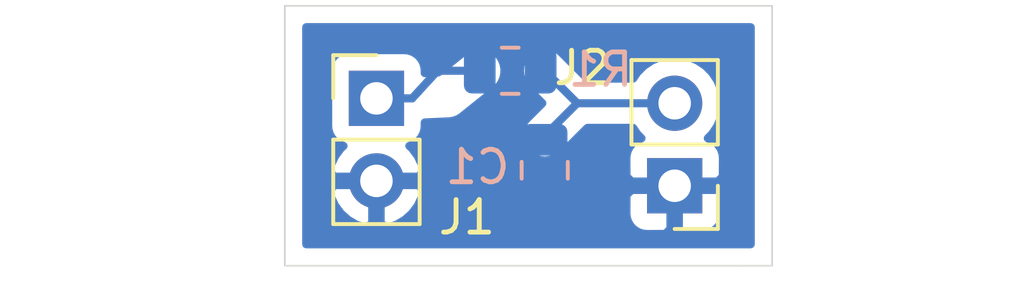
<source format=kicad_pcb>
(kicad_pcb (version 20201002) (generator pcbnew)

  (general
    (thickness 1.6)
  )

  (paper "A4")
  (layers
    (0 "F.Cu" signal)
    (31 "B.Cu" signal)
    (32 "B.Adhes" user "B.Adhesive")
    (33 "F.Adhes" user "F.Adhesive")
    (34 "B.Paste" user)
    (35 "F.Paste" user)
    (36 "B.SilkS" user "B.Silkscreen")
    (37 "F.SilkS" user "F.Silkscreen")
    (38 "B.Mask" user)
    (39 "F.Mask" user)
    (40 "Dwgs.User" user "User.Drawings")
    (41 "Cmts.User" user "User.Comments")
    (42 "Eco1.User" user "User.Eco1")
    (43 "Eco2.User" user "User.Eco2")
    (44 "Edge.Cuts" user)
    (45 "Margin" user)
    (46 "B.CrtYd" user "B.Courtyard")
    (47 "F.CrtYd" user "F.Courtyard")
    (48 "B.Fab" user)
    (49 "F.Fab" user)
  )

  (setup
    (pcbplotparams
      (layerselection 0x00010fc_ffffffff)
      (disableapertmacros false)
      (usegerberextensions false)
      (usegerberattributes false)
      (usegerberadvancedattributes false)
      (creategerberjobfile false)
      (svguseinch false)
      (svgprecision 6)
      (excludeedgelayer true)
      (plotframeref false)
      (viasonmask false)
      (mode 1)
      (useauxorigin false)
      (hpglpennumber 1)
      (hpglpenspeed 20)
      (hpglpendiameter 15.000000)
      (psnegative false)
      (psa4output false)
      (plotreference true)
      (plotvalue true)
      (plotinvisibletext false)
      (sketchpadsonfab false)
      (subtractmaskfromsilk false)
      (outputformat 1)
      (mirror false)
      (drillshape 1)
      (scaleselection 1)
      (outputdirectory "")
    )
  )


  (net 0 "")
  (net 1 "GND")
  (net 2 "Net-(C1-Pad1)")
  (net 3 "Net-(J1-Pad1)")

  (module "Connector_PinHeader_2.54mm:PinHeader_1x02_P2.54mm_Vertical" (layer "F.Cu") (tedit 59FED5CC) (tstamp 00000000-0000-0000-0000-00005ebac57b)
    (at 167 77.54 180)
    (descr "Through hole straight pin header, 1x02, 2.54mm pitch, single row")
    (tags "Through hole pin header THT 1x02 2.54mm single row")
    (path "/00000000-0000-0000-0000-00005ebac9be")
    (attr through_hole)
    (fp_text reference "J2" (at 2.8398 3.626) (layer "F.SilkS")
      (effects (font (size 1 1) (thickness 0.15)))
      (tstamp 6fe88879-5cb5-4136-b116-0bbd07c074dc)
    )
    (fp_text value "Conn_01x02_Male" (at -4 4.87) (layer "F.Fab")
      (effects (font (size 1 1) (thickness 0.15)))
      (tstamp cf57a913-a804-4d2e-beb9-35197605e0e4)
    )
    (fp_text user "${REFERENCE}" (at 0 1.27 90) (layer "F.Fab")
      (effects (font (size 1 1) (thickness 0.15)))
      (tstamp 62b18692-89f0-43c6-bc43-0df7541b8769)
    )
    (fp_line (start 1.33 1.27) (end 1.33 3.87) (layer "F.SilkS") (width 0.12) (tstamp 7bad0063-5275-42af-998b-a8705a4343ed))
    (fp_line (start -1.33 1.27) (end -1.33 3.87) (layer "F.SilkS") (width 0.12) (tstamp b44dd8d2-19d0-4fe6-a70b-ef33cf52dbde))
    (fp_line (start -1.33 1.27) (end 1.33 1.27) (layer "F.SilkS") (width 0.12) (tstamp e358da66-a7cb-4293-8c34-4d32471b78d0))
    (fp_line (start -1.33 3.87) (end 1.33 3.87) (layer "F.SilkS") (width 0.12) (tstamp ec83c410-0a2a-44ae-a99c-db2b5f582bdb))
    (fp_line (start -1.33 0) (end -1.33 -1.33) (layer "F.SilkS") (width 0.12) (tstamp f20f444b-3f69-441b-9730-e691ce0ba21f))
    (fp_line (start -1.33 -1.33) (end 0 -1.33) (layer "F.SilkS") (width 0.12) (tstamp fdde8007-bea8-40df-a1a1-9649a8c1853a))
    (fp_line (start 1.8 4.35) (end 1.8 -1.8) (layer "F.CrtYd") (width 0.05) (tstamp 17790489-9594-4a1c-809e-282fb657d3c5))
    (fp_line (start -1.8 -1.8) (end -1.8 4.35) (layer "F.CrtYd") (width 0.05) (tstamp 9f8be1f1-746d-458e-8735-1def32f91370))
    (fp_line (start 1.8 -1.8) (end -1.8 -1.8) (layer "F.CrtYd") (width 0.05) (tstamp d3bab304-93e6-455f-b390-3c105e3598f8))
    (fp_line (start -1.8 4.35) (end 1.8 4.35) (layer "F.CrtYd") (width 0.05) (tstamp eedb3097-5e7e-4629-957c-faef0babc204))
    (fp_line (start -1.27 3.81) (end -1.27 -0.635) (layer "F.Fab") (width 0.1) (tstamp 02c00766-5f77-45dd-b0fd-871adcce9cc1))
    (fp_line (start -1.27 -0.635) (end -0.635 -1.27) (layer "F.Fab") (width 0.1) (tstamp 3cc3baff-fdf3-470a-bc62-c5a8e1869387))
    (fp_line (start 1.27 3.81) (end -1.27 3.81) (layer "F.Fab") (width 0.1) (tstamp 507839cb-5bc7-4ae5-a042-9e361c135cd6))
    (fp_line (start -0.635 -1.27) (end 1.27 -1.27) (layer "F.Fab") (width 0.1) (tstamp 767f7fbd-215e-4c08-8288-e772975db3bf))
    (fp_line (start 1.27 -1.27) (end 1.27 3.81) (layer "F.Fab") (width 0.1) (tstamp 92bdc16e-2853-478f-96bd-aa39d6deaada))
    (pad "1" thru_hole rect (at 0 0 180) (size 1.7 1.7) (drill 1) (layers *.Cu *.Mask)
      (net 1 "GND") (tstamp 88662801-3cd3-4c2d-9a81-9e614d79a0fd))
    (pad "2" thru_hole oval (at 0 2.54 180) (size 1.7 1.7) (drill 1) (layers *.Cu *.Mask)
      (net 2 "Net-(C1-Pad1)") (tstamp 427a68e1-a328-49f6-8f42-4b7ef8ca0a8b))
    (model "${KISYS3DMOD}/Connector_PinHeader_2.54mm.3dshapes/PinHeader_1x02_P2.54mm_Vertical.wrl"
      (offset (xyz 0 0 0))
      (scale (xyz 1 1 1))
      (rotate (xyz 0 0 0))
    )
  )

  (module "Connector_PinHeader_2.54mm:PinHeader_1x02_P2.54mm_Vertical" (layer "F.Cu") (tedit 59FED5CC) (tstamp 00000000-0000-0000-0000-00005ebac6b7)
    (at 157.82 74.85)
    (descr "Through hole straight pin header, 1x02, 2.54mm pitch, single row")
    (tags "Through hole pin header THT 1x02 2.54mm single row")
    (path "/00000000-0000-0000-0000-00005ebac114")
    (attr through_hole)
    (fp_text reference "J1" (at 2.7842 3.6614) (layer "F.SilkS")
      (effects (font (size 1 1) (thickness 0.15)))
      (tstamp dcfcd7e2-7c7a-4aeb-97dd-66326cfa1a89)
    )
    (fp_text value "Conn_01x02_Male" (at -4.82 5.15) (layer "F.Fab")
      (effects (font (size 1 1) (thickness 0.15)))
      (tstamp 154f87c8-ae4f-46bc-8f00-e6addaf3d157)
    )
    (fp_text user "${REFERENCE}" (at 0 1.27 90) (layer "F.Fab")
      (effects (font (size 1 1) (thickness 0.15)))
      (tstamp 2c0a5696-e98b-46f2-9fd4-d417b08bd6f3)
    )
    (fp_line (start -1.33 -1.33) (end 0 -1.33) (layer "F.SilkS") (width 0.12) (tstamp 2219281d-6f4b-44d7-a729-e3fe0b2a95f9))
    (fp_line (start -1.33 1.27) (end -1.33 3.87) (layer "F.SilkS") (width 0.12) (tstamp 32c99765-abe8-4d04-a319-8b0d5567366c))
    (fp_line (start -1.33 3.87) (end 1.33 3.87) (layer "F.SilkS") (width 0.12) (tstamp 5332a954-909b-4af0-bfe7-4a46bbd8913f))
    (fp_line (start -1.33 1.27) (end 1.33 1.27) (layer "F.SilkS") (width 0.12) (tstamp 59643282-bc8c-4467-b25b-3bfe9703efa3))
    (fp_line (start -1.33 0) (end -1.33 -1.33) (layer "F.SilkS") (width 0.12) (tstamp 8df9523b-64fb-4399-a5f8-93838db48fa3))
    (fp_line (start 1.33 1.27) (end 1.33 3.87) (layer "F.SilkS") (width 0.12) (tstamp e2f37a62-5f28-42b9-8de4-72a9e86562ea))
    (fp_line (start 1.8 4.35) (end 1.8 -1.8) (layer "F.CrtYd") (width 0.05) (tstamp 0df7bd00-22f4-4f50-87de-edd9e427d61f))
    (fp_line (start -1.8 -1.8) (end -1.8 4.35) (layer "F.CrtYd") (width 0.05) (tstamp 920d0be0-a093-4f20-8674-2de3653a5940))
    (fp_line (start 1.8 -1.8) (end -1.8 -1.8) (layer "F.CrtYd") (width 0.05) (tstamp b8d5ae81-a135-48fe-8894-53e9c232470e))
    (fp_line (start -1.8 4.35) (end 1.8 4.35) (layer "F.CrtYd") (width 0.05) (tstamp bd25eb95-2af2-4d74-9e6e-452a3af8da7b))
    (fp_line (start 1.27 -1.27) (end 1.27 3.81) (layer "F.Fab") (width 0.1) (tstamp 1f187394-56e3-4377-9979-82ddc1bd1abb))
    (fp_line (start -1.27 3.81) (end -1.27 -0.635) (layer "F.Fab") (width 0.1) (tstamp 40c4c9c7-dda3-426c-ab5e-3dbe9fae92f0))
    (fp_line (start -1.27 -0.635) (end -0.635 -1.27) (layer "F.Fab") (width 0.1) (tstamp 8fd31456-4609-407a-ba73-41e5a3b83da2))
    (fp_line (start -0.635 -1.27) (end 1.27 -1.27) (layer "F.Fab") (width 0.1) (tstamp e4151d09-ac24-455b-849b-c8ff812435cf))
    (fp_line (start 1.27 3.81) (end -1.27 3.81) (layer "F.Fab") (width 0.1) (tstamp fa49c4da-fd62-416b-9c53-06c24ff0a61d))
    (pad "1" thru_hole rect (at 0 0) (size 1.7 1.7) (drill 1) (layers *.Cu *.Mask)
      (net 3 "Net-(J1-Pad1)") (tstamp 514a99ef-733e-4a6e-b30e-8a9228cf2456))
    (pad "2" thru_hole oval (at 0 2.54) (size 1.7 1.7) (drill 1) (layers *.Cu *.Mask)
      (net 1 "GND") (tstamp 93537da1-b4e4-413f-936a-3cedfc703ed6))
    (model "${KISYS3DMOD}/Connector_PinHeader_2.54mm.3dshapes/PinHeader_1x02_P2.54mm_Vertical.wrl"
      (offset (xyz 0 0 0))
      (scale (xyz 1 1 1))
      (rotate (xyz 0 0 0))
    )
  )

  (module "Capacitor_SMD:C_0805_2012Metric" (layer "B.Cu") (tedit 5B36C52B) (tstamp 00000000-0000-0000-0000-00005ebac54f)
    (at 163 77.0625 -90)
    (descr "Capacitor SMD 0805 (2012 Metric), square (rectangular) end terminal, IPC_7351 nominal, (Body size source: https://docs.google.com/spreadsheets/d/1BsfQQcO9C6DZCsRaXUlFlo91Tg2WpOkGARC1WS5S8t0/edit?usp=sharing), generated with kicad-footprint-generator")
    (tags "capacitor")
    (path "/00000000-0000-0000-0000-00005ebae412")
    (attr smd)
    (fp_text reference "C1" (at -0.1005 2.0656) (layer "B.SilkS")
      (effects (font (size 1 1) (thickness 0.15)) (justify mirror))
      (tstamp 0c089560-aead-485e-94cf-0d15defd972b)
    )
    (fp_text value "C" (at 0 -1.65 -90) (layer "B.Fab")
      (effects (font (size 1 1) (thickness 0.15)) (justify mirror))
      (tstamp 831ab708-ebdf-4b18-9b2c-c65db673b55f)
    )
    (fp_text user "${REFERENCE}" (at 0 0 -90) (layer "B.Fab")
      (effects (font (size 0.5 0.5) (thickness 0.08)) (justify mirror))
      (tstamp 6b1e3cbe-949c-4416-8f74-9a63a6e1ec03)
    )
    (fp_line (start -0.258578 -0.71) (end 0.258578 -0.71) (layer "B.SilkS") (width 0.12) (tstamp 210263b9-a046-47d9-8c34-709356273c1b))
    (fp_line (start -0.258578 0.71) (end 0.258578 0.71) (layer "B.SilkS") (width 0.12) (tstamp b753fd25-2c21-48d5-95c7-0c9ef2a8595e))
    (fp_line (start 1.68 -0.95) (end -1.68 -0.95) (layer "B.CrtYd") (width 0.05) (tstamp 7ad1be51-5743-48b7-be6d-61e70bdf4793))
    (fp_line (start -1.68 0.95) (end 1.68 0.95) (layer "B.CrtYd") (width 0.05) (tstamp 89a9e1d9-284c-4699-8cfe-058c64f95401))
    (fp_line (start 1.68 0.95) (end 1.68 -0.95) (layer "B.CrtYd") (width 0.05) (tstamp 923df8e3-f707-496e-b37d-054bdbc07df2))
    (fp_line (start -1.68 -0.95) (end -1.68 0.95) (layer "B.CrtYd") (width 0.05) (tstamp d126560c-07f1-4e41-9e52-869f6d7d9565))
    (fp_line (start 1 0.6) (end 1 -0.6) (layer "B.Fab") (width 0.1) (tstamp 0fbcc13b-ec5d-44c1-acf9-455d3ea97119))
    (fp_line (start -1 0.6) (end 1 0.6) (layer "B.Fab") (width 0.1) (tstamp 310c10dd-54dc-4001-81fe-557921df1f50))
    (fp_line (start -1 -0.6) (end -1 0.6) (layer "B.Fab") (width 0.1) (tstamp 9d2b5431-8273-4f00-b0b6-f541ec792ef8))
    (fp_line (start 1 -0.6) (end -1 -0.6) (layer "B.Fab") (width 0.1) (tstamp a0de8a97-3f6d-4027-b54e-cefe93276ace))
    (pad "1" smd roundrect (at -0.9375 0 270) (size 0.975 1.4) (layers "B.Cu" "B.Paste" "B.Mask") (roundrect_rratio 0.25)
      (net 2 "Net-(C1-Pad1)") (tstamp c9f2e40e-3ab6-491c-9134-5a452b16ed9b))
    (pad "2" smd roundrect (at 0.9375 0 270) (size 0.975 1.4) (layers "B.Cu" "B.Paste" "B.Mask") (roundrect_rratio 0.25)
      (net 1 "GND") (tstamp 4cdc3cb9-9acf-4129-886f-4421596fd752))
    (model "${KISYS3DMOD}/Capacitor_SMD.3dshapes/C_0805_2012Metric.wrl"
      (offset (xyz 0 0 0))
      (scale (xyz 1 1 1))
      (rotate (xyz 0 0 0))
    )
  )

  (module "Resistor_SMD:R_0805_2012Metric" (layer "B.Cu") (tedit 5B36C52B) (tstamp 00000000-0000-0000-0000-00005ebac712)
    (at 161.9375 74 180)
    (descr "Resistor SMD 0805 (2012 Metric), square (rectangular) end terminal, IPC_7351 nominal, (Body size source: https://docs.google.com/spreadsheets/d/1BsfQQcO9C6DZCsRaXUlFlo91Tg2WpOkGARC1WS5S8t0/edit?usp=sharing), generated with kicad-footprint-generator")
    (tags "resistor")
    (path "/00000000-0000-0000-0000-00005ebad9a3")
    (attr smd)
    (fp_text reference "R1" (at -2.7815 0.0352) (layer "B.SilkS")
      (effects (font (size 1 1) (thickness 0.15)) (justify mirror))
      (tstamp 29f4c625-0592-4d8b-8442-498d64415ee0)
    )
    (fp_text value "R" (at 0 -1.65) (layer "B.Fab")
      (effects (font (size 1 1) (thickness 0.15)) (justify mirror))
      (tstamp 5defac81-d787-4b78-a11d-8ec85e52a401)
    )
    (fp_text user "${REFERENCE}" (at 0 0) (layer "B.Fab")
      (effects (font (size 0.5 0.5) (thickness 0.08)) (justify mirror))
      (tstamp 04c3fbf7-fea4-43a9-b316-dfbc5430c4f2)
    )
    (fp_line (start -0.258578 0.71) (end 0.258578 0.71) (layer "B.SilkS") (width 0.12) (tstamp 800150e9-06a1-440c-b0ae-9dfa29e82fa9))
    (fp_line (start -0.258578 -0.71) (end 0.258578 -0.71) (layer "B.SilkS") (width 0.12) (tstamp 972227d7-6e09-4299-a19d-a130f76d77a2))
    (fp_line (start -1.68 0.95) (end 1.68 0.95) (layer "B.CrtYd") (width 0.05) (tstamp 1157d047-5fb3-4567-94b8-a00cf21f4837))
    (fp_line (start -1.68 -0.95) (end -1.68 0.95) (layer "B.CrtYd") (width 0.05) (tstamp 5410ea5b-81f6-4d48-8b11-9568c248b373))
    (fp_line (start 1.68 0.95) (end 1.68 -0.95) (layer "B.CrtYd") (width 0.05) (tstamp 7e1f08a8-c796-4474-ad72-48cc4c62124f))
    (fp_line (start 1.68 -0.95) (end -1.68 -0.95) (layer "B.CrtYd") (width 0.05) (tstamp f4470941-f7ed-4134-9dc2-e742f389b59e))
    (fp_line (start 1 0.6) (end 1 -0.6) (layer "B.Fab") (width 0.1) (tstamp 6039fea7-1c4f-447c-a84a-3c8997e2087a))
    (fp_line (start -1 -0.6) (end -1 0.6) (layer "B.Fab") (width 0.1) (tstamp 78ef93ce-df7d-4745-b11c-8422cadaa6f8))
    (fp_line (start 1 -0.6) (end -1 -0.6) (layer "B.Fab") (width 0.1) (tstamp aa14468d-d14e-4ad1-8c4c-1d5ac388b33b))
    (fp_line (start -1 0.6) (end 1 0.6) (layer "B.Fab") (width 0.1) (tstamp daf0b270-c1da-41b1-9be2-77bb1303b056))
    (pad "1" smd roundrect (at -0.9375 0 180) (size 0.975 1.4) (layers "B.Cu" "B.Paste" "B.Mask") (roundrect_rratio 0.25)
      (net 2 "Net-(C1-Pad1)") (tstamp 8f720f64-9c6b-454f-b6e8-4074825e94e0))
    (pad "2" smd roundrect (at 0.9375 0 180) (size 0.975 1.4) (layers "B.Cu" "B.Paste" "B.Mask") (roundrect_rratio 0.25)
      (net 3 "Net-(J1-Pad1)") (tstamp 691b4d6d-7a02-4054-bc8f-2f2ecd53c04b))
    (model "${KISYS3DMOD}/Resistor_SMD.3dshapes/R_0805_2012Metric.wrl"
      (offset (xyz 0 0 0))
      (scale (xyz 1 1 1))
      (rotate (xyz 0 0 0))
    )
  )

  (gr_line (start 170 80) (end 169 80) (layer "Edge.Cuts") (width 0.05) (tstamp 00000000-0000-0000-0000-00005ebac92c))
  (gr_line (start 170 72) (end 170 80) (layer "Edge.Cuts") (width 0.05) (tstamp 01ce7a59-d84d-4542-a088-8baed6e76d8f))
  (gr_line (start 155 80) (end 155 72) (layer "Edge.Cuts") (width 0.05) (tstamp 5a3b2b4e-3898-48ed-8560-7746899fa504))
  (gr_line (start 169 80) (end 155 80) (layer "Edge.Cuts") (width 0.05) (tstamp 7b223fe2-06a5-4562-8494-ff50601f961a))
  (gr_line (start 155 72) (end 170 72) (layer "Edge.Cuts") (width 0.05) (tstamp fd1eb0c4-2112-4b91-a23e-faf27caae0c6))

  (segment (start 167 77.54) (end 163.46 77.54) (width 0.25) (layer "B.Cu") (net 1) (tstamp 3e5e3118-42d9-4763-b87a-8749982459f3))
  (segment (start 157.82 77.39) (end 162.39 77.39) (width 0.25) (layer "B.Cu") (net 1) (tstamp 85f9a375-e827-4916-8393-e57496fa8251))
  (segment (start 163.46 77.54) (end 163 78) (width 0.25) (layer "B.Cu") (net 1) (tstamp 9601b87b-b907-4ac1-9737-8b2ba3412a60))
  (segment (start 162.39 77.39) (end 163 78) (width 0.25) (layer "B.Cu") (net 1) (tstamp c9ab1506-c372-4376-b65d-d51b0bad9a66))
  (segment (start 164 75) (end 163 74) (width 0.25) (layer "B.Cu") (net 2) (tstamp 433ddf0b-a68d-482c-9ca7-46a7d16b345a))
  (segment (start 167 75) (end 164 75) (width 0.25) (layer "B.Cu") (net 2) (tstamp 8b158456-0315-4e65-8464-1906248f0d62))
  (segment (start 164 75) (end 163 76) (width 0.25) (layer "B.Cu") (net 2) (tstamp ea7bd9aa-1989-492b-99d2-1e16ab1e7716))
  (segment (start 157.82 74.85) (end 158.92 74.85) (width 0.25) (layer "B.Cu") (net 3) (tstamp 1630ff4c-e464-4c9e-8006-308af0314771))
  (segment (start 159.7 74) (end 161 74) (width 0.25) (layer "B.Cu") (net 3) (tstamp a6138685-4199-49f9-8853-7545efbbcc9e))
  (segment (start 158.92 74.85) (end 159.7 74) (width 0.25) (layer "B.Cu") (net 3) (tstamp c44f4ce2-d024-41ae-903f-e512e9bb42e0))

  (zone (net 1) (net_name "GND") (layer "B.Cu") (tstamp 00000000-0000-0000-0000-00005ebac970) (hatch edge 0.508)
    (connect_pads (clearance 0.508))
    (min_thickness 0.254)
    (fill yes (thermal_gap 0.508) (thermal_bridge_width 0.508))
    (polygon
      (pts
        (xy 170 80)
        (xy 155 80)
        (xy 155 72)
        (xy 170 72)
      )
    )
    (filled_polygon
      (layer "B.Cu")
      (pts
        (xy 169.340001 79.34)
        (xy 155.66 79.34)
        (xy 155.66 77.74689)
        (xy 156.378524 77.74689)
        (xy 156.423175 77.894099)
        (xy 156.548359 78.15692)
        (xy 156.722412 78.390269)
        (xy 156.938645 78.585178)
        (xy 157.188748 78.734157)
        (xy 157.463109 78.831481)
        (xy 157.693 78.710814)
        (xy 157.693 77.517)
        (xy 157.947 77.517)
        (xy 157.947 78.710814)
        (xy 158.176891 78.831481)
        (xy 158.451252 78.734157)
        (xy 158.701355 78.585178)
        (xy 158.917588 78.390269)
        (xy 158.917788 78.39)
        (xy 165.511928 78.39)
        (xy 165.524188 78.514482)
        (xy 165.560498 78.63418)
        (xy 165.619463 78.744494)
        (xy 165.698815 78.841185)
        (xy 165.795506 78.920537)
        (xy 165.90582 78.979502)
        (xy 166.025518 79.015812)
        (xy 166.15 79.028072)
        (xy 166.71425 79.025)
        (xy 166.873 78.86625)
        (xy 166.873 77.667)
        (xy 167.127 77.667)
        (xy 167.127 78.86625)
        (xy 167.28575 79.025)
        (xy 167.85 79.028072)
        (xy 167.974482 79.015812)
        (xy 168.09418 78.979502)
        (xy 168.204494 78.920537)
        (xy 168.301185 78.841185)
        (xy 168.380537 78.744494)
        (xy 168.439502 78.63418)
        (xy 168.475812 78.514482)
        (xy 168.488072 78.39)
        (xy 168.485 77.82575)
        (xy 168.32625 77.667)
        (xy 167.127 77.667)
        (xy 166.873 77.667)
        (xy 165.67375 77.667)
        (xy 165.515 77.82575)
        (xy 165.511928 78.39)
        (xy 158.917788 78.39)
        (xy 159.091641 78.15692)
        (xy 159.216825 77.894099)
        (xy 159.261476 77.74689)
        (xy 159.140155 77.517)
        (xy 157.947 77.517)
        (xy 157.693 77.517)
        (xy 156.499845 77.517)
        (xy 156.378524 77.74689)
        (xy 155.66 77.74689)
        (xy 155.66 74)
        (xy 156.331928 74)
        (xy 156.331928 75.7)
        (xy 156.344188 75.824482)
        (xy 156.380498 75.94418)
        (xy 156.439463 76.054494)
        (xy 156.518815 76.151185)
        (xy 156.615506 76.230537)
        (xy 156.72582 76.289502)
        (xy 156.806466 76.313966)
        (xy 156.722412 76.389731)
        (xy 156.548359 76.62308)
        (xy 156.423175 76.885901)
        (xy 156.378524 77.03311)
        (xy 156.499845 77.263)
        (xy 157.693 77.263)
        (xy 157.693 77.243)
        (xy 157.947 77.243)
        (xy 157.947 77.263)
        (xy 159.140155 77.263)
        (xy 159.261476 77.03311)
        (xy 159.216825 76.885901)
        (xy 159.091641 76.62308)
        (xy 158.917588 76.389731)
        (xy 158.833534 76.313966)
        (xy 158.91418 76.289502)
        (xy 159.024494 76.230537)
        (xy 159.121185 76.151185)
        (xy 159.200537 76.054494)
        (xy 159.259502 75.94418)
        (xy 159.295812 75.824482)
        (xy 159.308072 75.7)
        (xy 159.308072 75.592847)
        (xy 160.012857 75.560218)
        (xy 160.065361 75.560874)
        (xy 160.124226 75.549928)
        (xy 160.183465 75.541311)
        (xy 160.197692 75.536266)
        (xy 160.212544 75.533504)
        (xy 160.268139 75.511284)
        (xy 160.324563 75.491275)
        (xy 160.337542 75.483545)
        (xy 160.351559 75.477943)
        (xy 160.401746 75.445309)
        (xy 160.453187 75.414673)
        (xy 160.492188 75.379524)
        (xy 161.50392 74.570139)
        (xy 161.584237 74.491803)
        (xy 161.668957 74.368374)
        (xy 161.727969 74.230789)
        (xy 161.759006 74.084334)
        (xy 161.760058 74)
        (xy 162.236324 74)
        (xy 162.250998 74.148985)
        (xy 162.294454 74.292246)
        (xy 162.365026 74.424276)
        (xy 162.436201 74.511002)
        (xy 162.925199 75)
        (xy 162.436201 75.488998)
        (xy 162.365026 75.575724)
        (xy 162.294454 75.707754)
        (xy 162.250998 75.851015)
        (xy 162.236324 76)
        (xy 162.250998 76.148985)
        (xy 162.294454 76.292246)
        (xy 162.365026 76.424276)
        (xy 162.459999 76.540001)
        (xy 162.575724 76.634974)
        (xy 162.707754 76.705546)
        (xy 162.851015 76.749002)
        (xy 163 76.763676)
        (xy 163.148985 76.749002)
        (xy 163.292246 76.705546)
        (xy 163.424276 76.634974)
        (xy 163.511002 76.563799)
        (xy 164.314802 75.76)
        (xy 165.721822 75.76)
        (xy 165.846525 75.946632)
        (xy 165.97838 76.078487)
        (xy 165.90582 76.100498)
        (xy 165.795506 76.159463)
        (xy 165.698815 76.238815)
        (xy 165.619463 76.335506)
        (xy 165.560498 76.44582)
        (xy 165.524188 76.565518)
        (xy 165.511928 76.69)
        (xy 165.515 77.25425)
        (xy 165.67375 77.413)
        (xy 166.873 77.413)
        (xy 166.873 77.393)
        (xy 167.127 77.393)
        (xy 167.127 77.413)
        (xy 168.32625 77.413)
        (xy 168.485 77.25425)
        (xy 168.488072 76.69)
        (xy 168.475812 76.565518)
        (xy 168.439502 76.44582)
        (xy 168.380537 76.335506)
        (xy 168.301185 76.238815)
        (xy 168.204494 76.159463)
        (xy 168.09418 76.100498)
        (xy 168.02162 76.078487)
        (xy 168.153475 75.946632)
        (xy 168.31599 75.703411)
        (xy 168.427932 75.433158)
        (xy 168.485 75.14626)
        (xy 168.485 74.85374)
        (xy 168.427932 74.566842)
        (xy 168.31599 74.296589)
        (xy 168.153475 74.053368)
        (xy 167.946632 73.846525)
        (xy 167.703411 73.68401)
        (xy 167.433158 73.572068)
        (xy 167.14626 73.515)
        (xy 166.85374 73.515)
        (xy 166.566842 73.572068)
        (xy 166.296589 73.68401)
        (xy 166.053368 73.846525)
        (xy 165.846525 74.053368)
        (xy 165.721822 74.24)
        (xy 164.314802 74.24)
        (xy 163.511002 73.436201)
        (xy 163.424276 73.365026)
        (xy 163.292246 73.294454)
        (xy 163.148985 73.250998)
        (xy 163 73.236324)
        (xy 162.851015 73.250998)
        (xy 162.707754 73.294454)
        (xy 162.575724 73.365026)
        (xy 162.459999 73.459999)
        (xy 162.365026 73.575724)
        (xy 162.294454 73.707754)
        (xy 162.250998 73.851015)
        (xy 162.236324 74)
        (xy 161.760058 74)
        (xy 161.760874 73.934639)
        (xy 161.733504 73.787456)
        (xy 161.677944 73.64844)
        (xy 161.596331 73.522935)
        (xy 161.491802 73.415763)
        (xy 161.368373 73.331043)
        (xy 161.230788 73.272031)
        (xy 161.084334 73.240995)
        (xy 160.934638 73.239126)
        (xy 160.787455 73.266496)
        (xy 160.64844 73.322057)
        (xy 160.554384 73.383218)
        (xy 159.718111 74.052237)
        (xy 159.308072 74.07122)
        (xy 159.308072 74)
        (xy 159.295812 73.875518)
        (xy 159.259502 73.75582)
        (xy 159.200537 73.645506)
        (xy 159.121185 73.548815)
        (xy 159.024494 73.469463)
        (xy 158.91418 73.410498)
        (xy 158.794482 73.374188)
        (xy 158.67 73.361928)
        (xy 156.97 73.361928)
        (xy 156.845518 73.374188)
        (xy 156.72582 73.410498)
        (xy 156.615506 73.469463)
        (xy 156.518815 73.548815)
        (xy 156.439463 73.645506)
        (xy 156.380498 73.75582)
        (xy 156.344188 73.875518)
        (xy 156.331928 74)
        (xy 155.66 74)
        (xy 155.66 72.66)
        (xy 169.34 72.66)
      )
    )
  )
)

</source>
